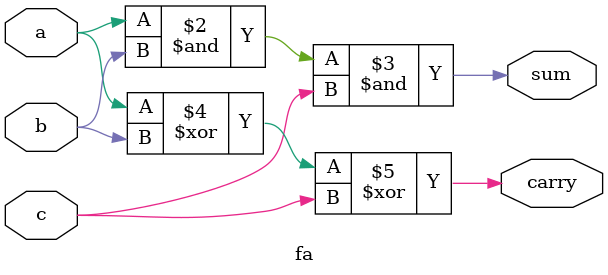
<source format=v>
module fa(input a,b,c,output reg sum,carry);
always@(a or b or c)begin
sum = (a&b&c);
carry=(a^b^c);
end
endmodule

</source>
